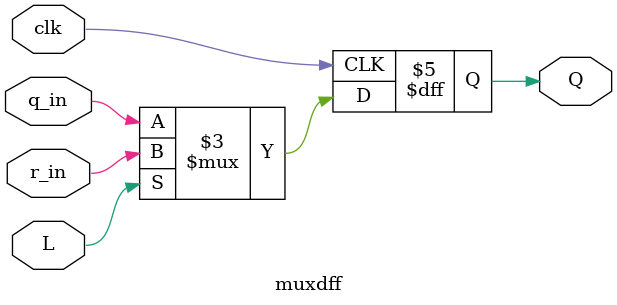
<source format=v>


module top_module (
	input [2:0] SW,      // R
	input [1:0] KEY,     // L and clk
	output [2:0] LEDR);  // Q

muxdff dff0
(
    .clk  (KEY[0])  ,
    .L    (KEY[1])  ,
    .r_in (SW[0])  ,
    .q_in (LEDR[2])  ,
    .Q    (LEDR[0])
);

muxdff dff1
(
    .clk  (KEY[0])  ,
    .L    (KEY[1])  ,
    .r_in (SW[1])  ,
    .q_in (LEDR[0])  ,
    .Q    (LEDR[1])
);

muxdff dff2
(
    .clk  (KEY[0])  ,
    .L    (KEY[1])  ,
    .r_in (SW[2])  ,
    .q_in (LEDR[2]^LEDR[1]) ,
    .Q    (LEDR[2])
);
endmodule




module muxdff (
	input clk,
	input L,
	input r_in,
	input q_in,
	output reg Q);

always@(posedge clk) begin
    if(L)
        Q <= r_in;
    else 
        Q <= q_in;
end


endmodule


</source>
